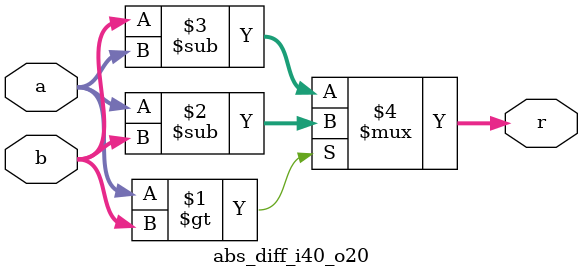
<source format=v>
module abs_diff_i40_o20(a,b,r);
input [19:0] a,b;
output [19:0] r;

assign r = (a>b) ? (a-b) : (b-a);

endmodule

</source>
